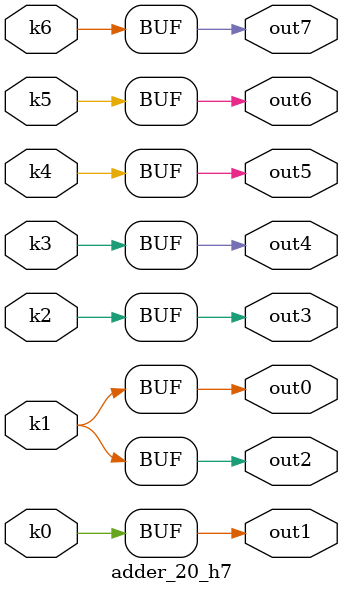
<source format=v>
module adder_20(pi00, pi01, pi02, pi03, pi04, pi05, pi06, pi07, pi08, pi09, pi10, pi11, pi12, po0, po1, po2, po3, po4, po5, po6, po7);
input pi00, pi01, pi02, pi03, pi04, pi05, pi06, pi07, pi08, pi09, pi10, pi11, pi12;
output po0, po1, po2, po3, po4, po5, po6, po7;
wire k0, k1, k2, k3, k4, k5, k6;
adder_20_w7 DUT1 (pi00, pi01, pi02, pi03, pi04, pi05, pi06, pi07, pi08, pi09, pi10, pi11, pi12, k0, k1, k2, k3, k4, k5, k6);
adder_20_h7 DUT2 (k0, k1, k2, k3, k4, k5, k6, po0, po1, po2, po3, po4, po5, po6, po7);
endmodule

module adder_20_w7(in12, in11, in10, in9, in8, in7, in6, in5, in4, in3, in2, in1, in0, k6, k5, k4, k3, k2, k1, k0);
input in12, in11, in10, in9, in8, in7, in6, in5, in4, in3, in2, in1, in0;
output k6, k5, k4, k3, k2, k1, k0;
assign k0 =   (((~in12 & (~in6 | ~in0)) | (~in6 & ~in0)) & (~in7 | ~in1) & (~in8 | ~in2) & (~in9 | ~in3) & (~in10 | ~in4) & (~in11 | ~in5)) | ((~in7 | ~in1) & (((~in8 | ~in2) & (((~in9 | ~in3) & ((~in11 & ~in5 & (~in10 | ~in4)) | (~in10 & ~in4))) | (~in9 & ~in3))) | (~in8 & ~in2))) | (~in7 & ~in1);
assign k1 =   ((in7 ^ in1) & ((((in12 & (in6 | in0)) | (in6 & in0)) & (in8 | in2) & (in9 | in3) & (in10 | in4) & (in11 | in5)) | ((in8 | in2) & (((in9 | in3) & ((in11 & in5 & (in10 | in4)) | (in10 & in4))) | (in9 & in3))) | (in8 & in2))) | (((~in6 & ~in0) | (~in12 & (~in6 | ~in0))) & (~in7 ^ in1) & (~in8 | ~in2) & (~in9 | ~in3) & (~in10 | ~in4) & (~in11 | ~in5)) | ((~in8 | ~in2) & (((~in9 | ~in3) & (~in7 ^ in1) & ((~in10 & ~in4) | (~in11 & ~in5 & (~in10 | ~in4)))) | (~in9 & ~in3 & (~in7 ^ in1)))) | (~in8 & ~in2 & (~in7 ^ in1));
assign k2 =   ((in8 ^ in2) & ((((in12 & (in6 | in0)) | (in6 & in0)) & (in9 | in3) & (in10 | in4) & (in11 | in5)) | ((in9 | in3) & ((in11 & in5 & (in10 | in4)) | (in10 & in4))) | (in9 & in3))) | (((~in6 & ~in0) | (~in12 & (~in6 | ~in0))) & (~in8 ^ in2) & (~in9 | ~in3) & (~in10 | ~in4) & (~in11 | ~in5)) | ((~in9 | ~in3) & (~in8 ^ in2) & ((~in10 & ~in4) | (~in11 & ~in5 & (~in10 | ~in4)))) | (~in9 & ~in3 & (~in8 ^ in2));
assign k3 =   ((in9 ^ in3) & ((((in12 & (in6 | in0)) | (in6 & in0)) & (in10 | in4) & (in11 | in5)) | (in11 & in5 & (in10 | in4)) | (in10 & in4))) | (((~in6 & ~in0) | (~in12 & (~in6 | ~in0))) & (~in9 ^ in3) & (~in10 | ~in4) & (~in11 | ~in5)) | ((~in9 ^ in3) & ((~in10 & ~in4) | (~in11 & ~in5 & (~in10 | ~in4))));
assign k4 =   ((in10 ^ in4) & ((((in12 & (in6 | in0)) | (in6 & in0)) & (in11 | in5)) | (in11 & in5))) | (((~in6 & ~in0) | (~in12 & (~in6 | ~in0))) & (~in11 | ~in5) & (~in10 ^ in4)) | (~in11 & ~in5 & (~in10 ^ in4));
assign k5 =   ((in11 ^ in5) & ((in12 & (in6 | in0)) | (in6 & in0))) | (((~in6 & ~in0) | (~in12 & (~in6 | ~in0))) & (~in11 ^ in5));
assign k6 =   in12 ? (in6 ^ in0) : (~in6 ^ in0);
endmodule

module adder_20_h7(k6, k5, k4, k3, k2, k1, k0, out7, out6, out5, out4, out3, out2, out1, out0);
input k6, k5, k4, k3, k2, k1, k0;
output out7, out6, out5, out4, out3, out2, out1, out0;
assign out0 = k1;
assign out1 = k0;
assign out2 = k1;
assign out3 = k2;
assign out4 = k3;
assign out5 = k4;
assign out6 = k5;
assign out7 = k6;
endmodule

</source>
